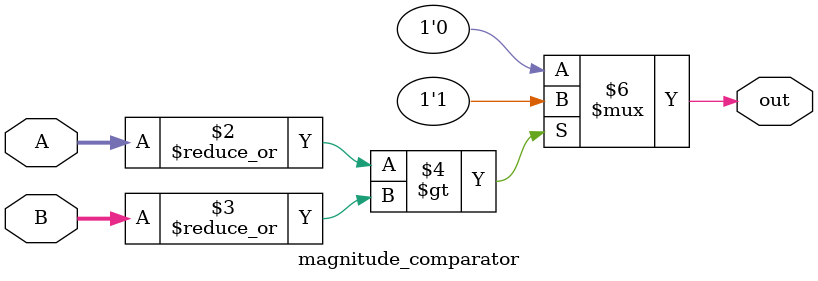
<source format=v>
module magnitude_comparator (
    input [3:0] A,
    input [3:0] B,
    output reg out
);

    always @(*) begin
        if (|A > |B)  // check if magnitude of A is greater than magnitude of B
            out = 1;
        else
            out = 0;
    end

endmodule
</source>
